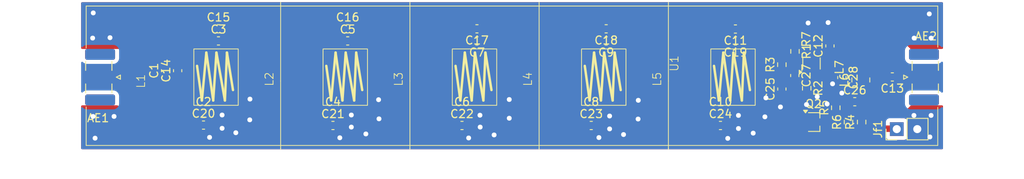
<source format=kicad_pcb>
(kicad_pcb (version 20240108) (generator "pcbnew") (generator_version "8.0")
  (layers (0 "F.Cu" signal) (31 "B.Cu" signal) (34 "B.Paste" user) (35 "F.Paste" user) (36 "B.SilkS" user "B.Silkscreen") (37 "F.SilkS" user "F.Silkscreen") (38 "B.Mask" user) (39 "F.Mask" user) (44 "Edge.Cuts" user))
  (net 0 "")
  (net 1 "Net-(AE1-A)")
  (net 2 "Net-(AE2-A)")
  (net 3 "Net-(C1-Pad2)")
  (net 4 "GND")
  (net 5 "Net-(C15-Pad2)")
  (net 6 "Net-(C16-Pad2)")
  (net 7 "Net-(C10-Pad1)")
  (net 8 "Net-(C12-Pad2)")
  (net 9 "+BATT")
  (net 10 "Net-(Q2-C)")
  (net 11 "Net-(Q2-E)")
  (net 12 "Net-(Q2-B)")
  (net 13 "Net-(C17-Pad1)")
  (net 14 "Net-(U1-B)")
  (net 15 "Net-(U1-C)")
  (net 16 "Net-(C12-Pad1)")
  (net 17 "Net-(C27-Pad2)")
  (footprint "Custom:SOT343_Transistor" (layer "F.Cu") (at 160.2875 86.325 90)
    (property "Reference" "U1" (at 0 -16.9 90) (layer "F.SilkS") (effects (font (thickness 0.1))))
    (property "Value" "~")
    (fp_line (start -0.71 -1) (end 0.7 -1) (stroke (width 0.12)) (layer "F.SilkS"))
    (fp_line (start -0.7 1.16) (end 0.7 1.16) (stroke (width 0.12)) (layer "F.SilkS"))
    (fp_poly (pts (xy -1.08 -1.11) (xy -1.32 -1.44) (xy -0.84 -1.44) (xy -1.08 -1.11)) (stroke (width 0.12)) (fill solid) (layer "F.SilkS"))
    (pad "1" smd roundrect (at -0.95 -0.5 90) (size 0.8 0.6) (layers "F.Cu" "F.Paste" "F.Mask") (net 17 "Net-(C27-Pad2)"))
    (pad "2" smd roundrect (at -0.95 0.65 90) (size 0.8 0.9) (layers "F.Cu" "F.Paste" "F.Mask") (net 15 "Net-(U1-C)"))
    (pad "3" smd roundrect (at 0.65 0.8 90) (size 0.8 0.6) (layers "F.Cu" "F.Paste" "F.Mask") (net 17 "Net-(C27-Pad2)"))
    (pad "4" smd roundrect (at 0.65 -0.5 90) (size 0.8 0.6) (layers "F.Cu" "F.Paste" "F.Mask") (net 14 "Net-(U1-B)"))
  )
  (footprint "Capacitor_SMD:C_0603_1608Metric" (layer "F.Cu") (at 150.95 82.05 180)
    (property "Reference" "C11" (at 0 -1.43 0) (layer "F.SilkS"))
    (property "Value" "10pF")
    (fp_line (start -0.14058 0.51) (end 0.14058 0.51) (stroke (width 0.12)) (layer "F.SilkS"))
    (fp_line (start -0.14058 -0.51) (end 0.14058 -0.51) (stroke (width 0.12)) (layer "F.SilkS"))
    (pad "1" smd roundrect (at -0.775 0 180) (size 0.9 0.95) (layers "F.Cu" "F.Paste" "F.Mask") (net 14 "Net-(U1-B)"))
    (pad "2" smd roundrect (at 0.775 0 180) (size 0.9 0.95) (layers "F.Cu" "F.Paste" "F.Mask") (net 7 "Net-(C10-Pad1)"))
  )
  (footprint "Capacitor_SMD:C_0603_1608Metric" (layer "F.Cu") (at 117.1 92.525)
    (property "Reference" "C6" (at 0 -1.43 0) (layer "F.SilkS"))
    (property "Value" "15pF")
    (fp_line (start -0.14058 -0.51) (end 0.14058 -0.51) (stroke (width 0.12)) (layer "F.SilkS"))
    (fp_line (start -0.14058 0.51) (end 0.14058 0.51) (stroke (width 0.12)) (layer "F.SilkS"))
    (pad "1" smd roundrect (at -0.775 0) (size 0.9 0.95) (layers "F.Cu" "F.Paste" "F.Mask") (net 6 "Net-(C16-Pad2)"))
    (pad "2" smd roundrect (at 0.775 0) (size 0.9 0.95) (layers "F.Cu" "F.Paste" "F.Mask") (net 4 "GND"))
  )
  (footprint "Capacitor_SMD:C_0603_1608Metric" (layer "F.Cu") (at 80.4 87.225 90)
    (property "Reference" "C1" (at 0 -1.43 90) (layer "F.SilkS"))
    (property "Value" "10pF")
    (fp_line (start -0.14058 -0.51) (end 0.14058 -0.51) (stroke (width 0.12)) (layer "F.SilkS"))
    (fp_line (start -0.14058 0.51) (end 0.14058 0.51) (stroke (width 0.12)) (layer "F.SilkS"))
    (pad "1" smd roundrect (at -0.775 0 90) (size 0.9 0.95) (layers "F.Cu" "F.Paste" "F.Mask") (net 1 "Net-(AE1-A)"))
    (pad "2" smd roundrect (at 0.775 0 90) (size 0.9 0.95) (layers "F.Cu" "F.Paste" "F.Mask") (net 3 "Net-(C1-Pad2)"))
  )
  (footprint "Resistor_SMD:R_0603_1608Metric" (layer "F.Cu") (at 163.375 91.825 90)
    (property "Reference" "R5" (at 0 -1.43 90) (layer "F.SilkS"))
    (property "Value" "95k")
    (fp_line (start -0.237258 -0.5225) (end 0.237258 -0.5225) (stroke (width 0.12)) (layer "F.SilkS"))
    (fp_line (start -0.237258 0.5225) (end 0.237258 0.5225) (stroke (width 0.12)) (layer "F.SilkS"))
    (pad "1" smd roundrect (at -0.825 0 90) (size 0.8 0.95) (layers "F.Cu" "F.Paste" "F.Mask") (net 12 "Net-(Q2-B)"))
    (pad "2" smd roundrect (at 0.825 0 90) (size 0.8 0.95) (layers "F.Cu" "F.Paste" "F.Mask") (net 4 "GND"))
  )
  (footprint "Inductor_SMD:L_1008_2520Metric" (layer "F.Cu") (at 166.475 88.375 90)
    (property "Reference" "L6" (at 0 -2.05 90) (layer "F.SilkS"))
    (property "Value" "3.3uH")
    (fp_line (start -0.261252 -1.11) (end 0.261252 -1.11) (stroke (width 0.12)) (layer "F.SilkS"))
    (fp_line (start -0.261252 1.11) (end 0.261252 1.11) (stroke (width 0.12)) (layer "F.SilkS"))
    (pad "1" smd roundrect (at -1.075 0 90) (size 1.25 2.2) (layers "F.Cu" "F.Paste" "F.Mask") (roundrect_rratio 0.2) (net 10 "Net-(Q2-C)"))
    (pad "2" smd roundrect (at 1.075 0 90) (size 1.25 2.2) (layers "F.Cu" "F.Paste" "F.Mask") (roundrect_rratio 0.2) (net 15 "Net-(U1-C)"))
  )
  (footprint "Capacitor_SMD:C_0603_1608Metric" (layer "F.Cu") (at 86.95 83.525)
    (property "Reference" "C3" (at 0 -1.43 0) (layer "F.SilkS"))
    (property "Value" "2.7pF")
    (fp_line (start -0.14058 -0.51) (end 0.14058 -0.51) (stroke (width 0.12)) (layer "F.SilkS"))
    (fp_line (start -0.14058 0.51) (end 0.14058 0.51) (stroke (width 0.12)) (layer "F.SilkS"))
    (pad "1" smd roundrect (at -0.775 0) (size 0.9 0.95) (layers "F.Cu" "F.Paste" "F.Mask") (net 3 "Net-(C1-Pad2)"))
    (pad "2" smd roundrect (at 0.775 0) (size 0.9 0.95) (layers "F.Cu" "F.Paste" "F.Mask") (net 5 "Net-(C15-Pad2)"))
  )
  (footprint "Capacitor_SMD:C_0603_1608Metric" (layer "F.Cu") (at 133.1 94.025)
    (property "Reference" "C23" (at 0 -1.43 0) (layer "F.SilkS"))
    (property "Value" "15pF")
    (fp_line (start -0.14058 -0.51) (end 0.14058 -0.51) (stroke (width 0.12)) (layer "F.SilkS"))
    (fp_line (start -0.14058 0.51) (end 0.14058 0.51) (stroke (width 0.12)) (layer "F.SilkS"))
    (pad "1" smd roundrect (at -0.775 0) (size 0.9 0.95) (layers "F.Cu" "F.Paste" "F.Mask") (net 13 "Net-(C17-Pad1)"))
    (pad "2" smd roundrect (at 0.775 0) (size 0.9 0.95) (layers "F.Cu" "F.Paste" "F.Mask") (net 4 "GND"))
  )
  (footprint "Resistor_SMD:R_0603_1608Metric" (layer "F.Cu") (at 161.15 83.325 90)
    (property "Reference" "R7" (at 0 -1.43 90) (layer "F.SilkS"))
    (property "Value" "3R")
    (fp_line (start -0.237258 -0.5225) (end 0.237258 -0.5225) (stroke (width 0.12)) (layer "F.SilkS"))
    (fp_line (start -0.237258 0.5225) (end 0.237258 0.5225) (stroke (width 0.12)) (layer "F.SilkS"))
    (pad "1" smd roundrect (at -0.825 0 90) (size 0.8 0.95) (layers "F.Cu" "F.Paste" "F.Mask") (net 17 "Net-(C27-Pad2)"))
    (pad "2" smd roundrect (at 0.825 0 90) (size 0.8 0.95) (layers "F.Cu" "F.Paste" "F.Mask") (net 4 "GND"))
  )
  (footprint "Capacitor_SMD:C_0603_1608Metric" (layer "F.Cu") (at 156.7 89.5 90)
    (property "Reference" "C25" (at 0 -1.43 90) (layer "F.SilkS"))
    (property "Value" "1nF")
    (fp_line (start -0.14058 -0.51) (end 0.14058 -0.51) (stroke (width 0.12)) (layer "F.SilkS"))
    (fp_line (start -0.14058 0.51) (end 0.14058 0.51) (stroke (width 0.12)) (layer "F.SilkS"))
    (pad "1" smd roundrect (at -0.775 0 90) (size 0.9 0.95) (layers "F.Cu" "F.Paste" "F.Mask") (net 4 "GND"))
    (pad "2" smd roundrect (at 0.775 0 90) (size 0.9 0.95) (layers "F.Cu" "F.Paste" "F.Mask") (net 11 "Net-(Q2-E)"))
  )
  (footprint "Inductor_SMD:L_0402_1005Metric" (layer "F.Cu") (at 162.65 86.8 -90)
    (property "Reference" "L7" (at 0 -1.17 90) (layer "F.SilkS"))
    (property "Value" "100nH")
    (pad "1" smd roundrect (at -0.485 0 270) (size 0.59 0.64) (layers "F.Cu" "F.Paste" "F.Mask") (net 16 "Net-(C12-Pad1)"))
    (pad "2" smd roundrect (at 0.485 0 270) (size 0.59 0.64) (layers "F.Cu" "F.Paste" "F.Mask") (net 15 "Net-(U1-C)"))
  )
  (footprint "Capacitor_SMD:C_0603_1608Metric" (layer "F.Cu") (at 149.1 92.525)
    (property "Reference" "C10" (at 0 -1.43 0) (layer "F.SilkS"))
    (property "Value" "12pF")
    (fp_line (start -0.14058 -0.51) (end 0.14058 -0.51) (stroke (width 0.12)) (layer "F.SilkS"))
    (fp_line (start -0.14058 0.51) (end 0.14058 0.51) (stroke (width 0.12)) (layer "F.SilkS"))
    (pad "1" smd roundrect (at -0.775 0) (size 0.9 0.95) (layers "F.Cu" "F.Paste" "F.Mask") (net 7 "Net-(C10-Pad1)"))
    (pad "2" smd roundrect (at 0.775 0) (size 0.9 0.95) (layers "F.Cu" "F.Paste" "F.Mask") (net 4 "GND"))
  )
  (footprint "Resistor_SMD:R_0603_1608Metric" (layer "F.Cu") (at 158.325 84.825 -90)
    (property "Reference" "R1" (at 0 -1.43 90) (layer "F.SilkS"))
    (property "Value" "750R")
    (fp_line (start -0.237258 0.5225) (end 0.237258 0.5225) (stroke (width 0.12)) (layer "F.SilkS"))
    (fp_line (start -0.237258 -0.5225) (end 0.237258 -0.5225) (stroke (width 0.12)) (layer "F.SilkS"))
    (pad "1" smd roundrect (at -0.825 0 270) (size 0.8 0.95) (layers "F.Cu" "F.Paste" "F.Mask") (net 8 "Net-(C12-Pad2)"))
    (pad "2" smd roundrect (at 0.825 0 270) (size 0.8 0.95) (layers "F.Cu" "F.Paste" "F.Mask") (net 14 "Net-(U1-B)"))
  )
  (footprint "Capacitor_SMD:C_0603_1608Metric" (layer "F.Cu") (at 102.95 83.525)
    (property "Reference" "C5" (at 0 -1.43 0) (layer "F.SilkS"))
    (property "Value" "1.8pF")
    (fp_line (start -0.14058 -0.51) (end 0.14058 -0.51) (stroke (width 0.12)) (layer "F.SilkS"))
    (fp_line (start -0.14058 0.51) (end 0.14058 0.51) (stroke (width 0.12)) (layer "F.SilkS"))
    (pad "1" smd roundrect (at -0.775 0) (size 0.9 0.95) (layers "F.Cu" "F.Paste" "F.Mask") (net 5 "Net-(C15-Pad2)"))
    (pad "2" smd roundrect (at 0.775 0) (size 0.9 0.95) (layers "F.Cu" "F.Paste" "F.Mask") (net 6 "Net-(C16-Pad2)"))
  )
  (footprint "Capacitor_SMD:C_0603_1608Metric" (layer "F.Cu") (at 102.95 82.025)
    (property "Reference" "C16" (at 0 -1.43 0) (layer "F.SilkS"))
    (property "Value" "1.8pF")
    (fp_line (start -0.14058 -0.51) (end 0.14058 -0.51) (stroke (width 0.12)) (layer "F.SilkS"))
    (fp_line (start -0.14058 0.51) (end 0.14058 0.51) (stroke (width 0.12)) (layer "F.SilkS"))
    (pad "1" smd roundrect (at -0.775 0) (size 0.9 0.95) (layers "F.Cu" "F.Paste" "F.Mask") (net 5 "Net-(C15-Pad2)"))
    (pad "2" smd roundrect (at 0.775 0) (size 0.9 0.95) (layers "F.Cu" "F.Paste" "F.Mask") (net 6 "Net-(C16-Pad2)"))
  )
  (footprint "Capacitor_SMD:C_0603_1608Metric" (layer "F.Cu") (at 118.95 83.525 180)
    (property "Reference" "C7" (at 0 -1.43 0) (layer "F.SilkS"))
    (property "Value" "1.8pF")
    (fp_line (start -0.14058 0.51) (end 0.14058 0.51) (stroke (width 0.12)) (layer "F.SilkS"))
    (fp_line (start -0.14058 -0.51) (end 0.14058 -0.51) (stroke (width 0.12)) (layer "F.SilkS"))
    (pad "1" smd roundrect (at -0.775 0 180) (size 0.9 0.95) (layers "F.Cu" "F.Paste" "F.Mask") (net 13 "Net-(C17-Pad1)"))
    (pad "2" smd roundrect (at 0.775 0 180) (size 0.9 0.95) (layers "F.Cu" "F.Paste" "F.Mask") (net 6 "Net-(C16-Pad2)"))
  )
  (footprint "Capacitor_SMD:C_0603_1608Metric" (layer "F.Cu") (at 133.1 92.525)
    (property "Reference" "C8" (at 0 -1.43 0) (layer "F.SilkS"))
    (property "Value" "15pF")
    (fp_line (start -0.14058 -0.51) (end 0.14058 -0.51) (stroke (width 0.12)) (layer "F.SilkS"))
    (fp_line (start -0.14058 0.51) (end 0.14058 0.51) (stroke (width 0.12)) (layer "F.SilkS"))
    (pad "1" smd roundrect (at -0.775 0) (size 0.9 0.95) (layers "F.Cu" "F.Paste" "F.Mask") (net 13 "Net-(C17-Pad1)"))
    (pad "2" smd roundrect (at 0.775 0) (size 0.9 0.95) (layers "F.Cu" "F.Paste" "F.Mask") (net 4 "GND"))
  )
  (footprint "Capacitor_SMD:C_0603_1608Metric" (layer "F.Cu") (at 118.95 82.025 180)
    (property "Reference" "C17" (at 0 -1.43 0) (layer "F.SilkS"))
    (property "Value" "1.8pF")
    (fp_line (start -0.14058 0.51) (end 0.14058 0.51) (stroke (width 0.12)) (layer "F.SilkS"))
    (fp_line (start -0.14058 -0.51) (end 0.14058 -0.51) (stroke (width 0.12)) (layer "F.SilkS"))
    (pad "1" smd roundrect (at -0.775 0 180) (size 0.9 0.95) (layers "F.Cu" "F.Paste" "F.Mask") (net 13 "Net-(C17-Pad1)"))
    (pad "2" smd roundrect (at 0.775 0 180) (size 0.9 0.95) (layers "F.Cu" "F.Paste" "F.Mask") (net 6 "Net-(C16-Pad2)"))
  )
  (footprint "Capacitor_SMD:C_0603_1608Metric" (layer "F.Cu") (at 117.1 94.025)
    (property "Reference" "C22" (at 0 -1.43 0) (layer "F.SilkS"))
    (property "Value" "15pF")
    (fp_line (start -0.14058 -0.51) (end 0.14058 -0.51) (stroke (width 0.12)) (layer "F.SilkS"))
    (fp_line (start -0.14058 0.51) (end 0.14058 0.51) (stroke (width 0.12)) (layer "F.SilkS"))
    (pad "1" smd roundrect (at -0.775 0) (size 0.9 0.95) (layers "F.Cu" "F.Paste" "F.Mask") (net 6 "Net-(C16-Pad2)"))
    (pad "2" smd roundrect (at 0.775 0) (size 0.9 0.95) (layers "F.Cu" "F.Paste" "F.Mask") (net 4 "GND"))
  )
  (footprint "Capacitor_SMD:C_0603_1608Metric" (layer "F.Cu") (at 101.125 94.025)
    (property "Reference" "C21" (at 0 -1.43 0) (layer "F.SilkS"))
    (property "Value" "15pF")
    (fp_line (start -0.14058 -0.51) (end 0.14058 -0.51) (stroke (width 0.12)) (layer "F.SilkS"))
    (fp_line (start -0.14058 0.51) (end 0.14058 0.51) (stroke (width 0.12)) (layer "F.SilkS"))
    (pad "1" smd roundrect (at -0.775 0) (size 0.9 0.95) (layers "F.Cu" "F.Paste" "F.Mask") (net 5 "Net-(C15-Pad2)"))
    (pad "2" smd roundrect (at 0.775 0) (size 0.9 0.95) (layers "F.Cu" "F.Paste" "F.Mask") (net 4 "GND"))
  )
  (footprint "Capacitor_SMD:C_0603_1608Metric" (layer "F.Cu") (at 149.1 94.025)
    (property "Reference" "C24" (at 0 -1.43 0) (layer "F.SilkS"))
    (property "Value" "12pF")
    (fp_line (start -0.14058 -0.51) (end 0.14058 -0.51) (stroke (width 0.12)) (layer "F.SilkS"))
    (fp_line (start -0.14058 0.51) (end 0.14058 0.51) (stroke (width 0.12)) (layer "F.SilkS"))
    (pad "1" smd roundrect (at -0.775 0) (size 0.9 0.95) (layers "F.Cu" "F.Paste" "F.Mask") (net 7 "Net-(C10-Pad1)"))
    (pad "2" smd roundrect (at 0.775 0) (size 0.9 0.95) (layers "F.Cu" "F.Paste" "F.Mask") (net 4 "GND"))
  )
  (footprint "Capacitor_SMD:C_0603_1608Metric" (layer "F.Cu") (at 164.125 88.075 -90)
    (property "Reference" "C28" (at 0 -1.43 90) (layer "F.SilkS"))
    (property "Value" "2pF")
    (fp_line (start -0.14058 0.51) (end 0.14058 0.51) (stroke (width 0.12)) (layer "F.SilkS"))
    (fp_line (start -0.14058 -0.51) (end 0.14058 -0.51) (stroke (width 0.12)) (layer "F.SilkS"))
    (pad "1" smd roundrect (at -0.775 0 270) (size 0.9 0.95) (layers "F.Cu" "F.Paste" "F.Mask") (net 15 "Net-(U1-C)"))
    (pad "2" smd roundrect (at 0.775 0 270) (size 0.9 0.95) (layers "F.Cu" "F.Paste" "F.Mask") (net 4 "GND"))
  )
  (footprint "Capacitor_SMD:C_0603_1608Metric" (layer "F.Cu") (at 170.375 88 180)
    (property "Reference" "C13" (at 0 -1.43 0) (layer "F.SilkS"))
    (property "Value" "10pF")
    (fp_line (start -0.14058 0.51) (end 0.14058 0.51) (stroke (width 0.12)) (layer "F.SilkS"))
    (fp_line (start -0.14058 -0.51) (end 0.14058 -0.51) (stroke (width 0.12)) (layer "F.SilkS"))
    (pad "1" smd roundrect (at -0.775 0 180) (size 0.9 0.95) (layers "F.Cu" "F.Paste" "F.Mask") (net 2 "Net-(AE2-A)"))
    (pad "2" smd roundrect (at 0.775 0 180) (size 0.9 0.95) (layers "F.Cu" "F.Paste" "F.Mask") (net 15 "Net-(U1-C)"))
  )
  (footprint "Connector_Coaxial:SMA_Samtec_SMA-J-P-H-ST-EM1_EdgeMount" (layer "F.Cu") (at 174.5375 88.025)
    (property "Reference" "AE2" (at 0 -5.08 180) (layer "F.SilkS"))
    (property "Value" "Antenna")
    (fp_line (start -2.76 -0.25) (end -2.76 0.25) (stroke (width 0.12)) (layer "F.SilkS"))
    (fp_line (start -2.76 0.25) (end -2.26 0) (stroke (width 0.12)) (layer "F.SilkS"))
    (fp_line (start -2.26 0) (end -2.76 -0.25) (stroke (width 0.12)) (layer "F.SilkS"))
    (fp_line (start -1.71 -0.84) (end -1.71 -1.95) (stroke (width 0.12)) (layer "F.SilkS"))
    (fp_line (start -1.71 1.95) (end -1.71 0.84) (stroke (width 0.12)) (layer "F.SilkS"))
    (fp_line (start 1.54 -0.84) (end 1.54 -1.95) (stroke (width 0.12)) (layer "F.SilkS"))
    (fp_line (start 1.54 1.95) (end 1.54 0.84) (stroke (width 0.12)) (layer "F.SilkS"))
    (pad "1" smd roundrect (at 0 0 90) (size 1.27 3.2) (layers "F.Cu" "F.Mask") (roundrect_rratio 0.1968503937) (net 2 "Net-(AE2-A)"))
    (pad "2" smd roundrect (at -0.25 -2.825 90) (size 1.35 3.7) (layers "F.Cu" "F.Mask") (roundrect_rratio 0.1851851852) (net 4 "GND"))
    (pad "2" smd roundrect (at -0.25 -2.825 90) (size 1.35 3.7) (layers "B.Cu" "B.Mask") (roundrect_rratio 0.1851851852))
    (pad "2" smd roundrect (at -0.25 2.825 90) (size 1.35 3.7) (layers "F.Cu" "F.Mask") (roundrect_rratio 0.1851851852) (net 4 "GND"))
    (pad "2" smd roundrect (at -0.25 2.825 90) (size 1.35 3.7) (layers "B.Cu" "B.Mask") (roundrect_rratio 0.1851851852))
  )
  (footprint "Custom:Inductor_Aircore" (layer "F.Cu") (at 86.95 88.275 90)
    (property "Reference" "L1" (at -0.25 -9.6 90) (layer "F.SilkS") (effects (font (thickness 0.1))))
    (property "Value" "3.3uH")
    (fp_line (start -2.65 -2.05) (end 1.65 -2.65) (stroke (width 0.3)) (layer "F.SilkS"))
    (fp_line (start 3.3 -1.5) (end -2.65 -2.05) (stroke (width 0.3)) (layer "F.SilkS"))
    (fp_line (start -2.65 -0.65) (end 3.3 -1.5) (stroke (width 0.3)) (layer "F.SilkS"))
    (fp_line (start 3.3 -0.25) (end -2.65 -0.65) (stroke (width 0.3)) (layer "F.SilkS"))
    (fp_line (start -2.65 0.8) (end 3.3 -0.25) (stroke (width 0.3)) (layer "F.SilkS"))
    (fp_line (start 3.3 1.05) (end -2.65 0.8) (stroke (width 0.3)) (layer "F.SilkS"))
    (fp_line (start -1.35 1.8) (end 3.3 1.05) (stroke (width 0.3)) (layer "F.SilkS"))
    (fp_rect (start -3.25 -3.05) (end 3.75 2.45) (stroke (width 0.1)) (fill none) (layer "F.SilkS"))
    (pad "1" smd rect (at 4.15 -2.725 90) (size 4.2 1.5) (layers "F.Cu" "F.Paste" "F.Mask") (net 3 "Net-(C1-Pad2)"))
    (pad "2" smd rect (at -3.65 2.125 90) (size 4.2 1.5) (layers "F.Cu" "F.Paste" "F.Mask") (net 4 "GND"))
  )
  (footprint "Capacitor_SMD:C_0603_1608Metric" (layer "F.Cu") (at 86.95 82.025)
    (property "Reference" "C15" (at 0 -1.43 0) (layer "F.SilkS"))
    (property "Value" "2.7pF")
    (fp_line (start -0.14058 -0.51) (end 0.14058 -0.51) (stroke (width 0.12)) (layer "F.SilkS"))
    (fp_line (start -0.14058 0.51) (end 0.14058 0.51) (stroke (width 0.12)) (layer "F.SilkS"))
    (pad "1" smd roundrect (at -0.775 0) (size 0.9 0.95) (layers "F.Cu" "F.Paste" "F.Mask") (net 3 "Net-(C1-Pad2)"))
    (pad "2" smd roundrect (at 0.775 0) (size 0.9 0.95) (layers "F.Cu" "F.Paste" "F.Mask") (net 5 "Net-(C15-Pad2)"))
  )
  (footprint "Resistor_SMD:R_0603_1608Metric" (layer "F.Cu") (at 156.7 86.475 90)
    (property "Reference" "R3" (at 0 -1.43 90) (layer "F.SilkS"))
    (property "Value" "3k9")
    (fp_line (start -0.237258 -0.5225) (end 0.237258 -0.5225) (stroke (width 0.12)) (layer "F.SilkS"))
    (fp_line (start -0.237258 0.5225) (end 0.237258 0.5225) (stroke (width 0.12)) (layer "F.SilkS"))
    (pad "1" smd roundrect (at -0.825 0 90) (size 0.8 0.95) (layers "F.Cu" "F.Paste" "F.Mask") (net 11 "Net-(Q2-E)"))
    (pad "2" smd roundrect (at 0.825 0 90) (size 0.8 0.95) (layers "F.Cu" "F.Paste" "F.Mask") (net 14 "Net-(U1-B)"))
  )
  (footprint "Connector_PinHeader_2.54mm:PinHeader_1x02_P2.54mm_Vertical" (layer "F.Cu") (at 170.925 94.475 90)
    (property "Reference" "Jf1" (at 0 -2.33 90) (layer "F.SilkS"))
    (property "Value" "Conn_01x02_Pin")
    (fp_line (start -1.33 -1.33) (end 0 -1.33) (stroke (width 0.12)) (layer "F.SilkS"))
    (fp_line (start -1.33 0) (end -1.33 -1.33) (stroke (width 0.12)) (layer "F.SilkS"))
    (fp_line (start 1.33 1.27) (end 1.33 3.87) (stroke (width 0.12)) (layer "F.SilkS"))
    (fp_line (start -1.33 1.27) (end 1.33 1.27) (stroke (width 0.12)) (layer "F.SilkS"))
    (fp_line (start -1.33 1.27) (end -1.33 3.87) (stroke (width 0.12)) (layer "F.SilkS"))
    (fp_line (start -1.33 3.87) (end 1.33 3.87) (stroke (width 0.12)) (layer "F.SilkS"))
    (pad "1" thru_hole rect (at 0 0 90) (size 1.7 1.7) (drill 1) (layers "*.Cu" "*.Mask") (net 9 "+BATT"))
    (pad "2" thru_hole oval (at 0 2.54 90) (size 1.7 1.7) (drill 1) (layers "*.Cu" "*.Mask") (net 4 "GND"))
  )
  (footprint "Resistor_SMD:R_0603_1608Metric" (layer "F.Cu") (at 166.575 93.6 90)
    (property "Reference" "R4" (at 0 -1.43 90) (layer "F.SilkS"))
    (property "Value" "82R")
    (fp_line (start -0.237258 -0.5225) (end 0.237258 -0.5225) (stroke (width 0.12)) (layer "F.SilkS"))
    (fp_line (start -0.237258 0.5225) (end 0.237258 0.5225) (stroke (width 0.12)) (layer "F.SilkS"))
    (pad "1" smd roundrect (at -0.825 0 90) (size 0.8 0.95) (layers "F.Cu" "F.Paste" "F.Mask") (net 9 "+BATT"))
    (pad "2" smd roundrect (at 0.825 0 90) (size 0.8 0.95) (layers "F.Cu" "F.Paste" "F.Mask") (net 10 "Net-(Q2-C)"))
  )
  (footprint "Capacitor_SMD:C_0603_1608Metric" (layer "F.Cu") (at 101.125 92.525)
    (property "Reference" "C4" (at 0 -1.43 0) (layer "F.SilkS"))
    (property "Value" "15pF")
    (fp_line (start -0.14058 -0.51) (end 0.14058 -0.51) (stroke (width 0.12)) (layer "F.SilkS"))
    (fp_line (start -0.14058 0.51) (end 0.14058 0.51) (stroke (width 0.12)) (layer "F.SilkS"))
    (pad "1" smd roundrect (at -0.775 0) (size 0.9 0.95) (layers "F.Cu" "F.Paste" "F.Mask") (net 5 "Net-(C15-Pad2)"))
    (pad "2" smd roundrect (at 0.775 0) (size 0.9 0.95) (layers "F.Cu" "F.Paste" "F.Mask") (net 4 "GND"))
  )
  (footprint "Package_TO_SOT_SMD:SOT-323_SC-70" (layer "F.Cu") (at 160.675 93.6)
    (property "Reference" "Q2" (at -0.05 -2.25 0) (layer "F.SilkS"))
    (property "Value" "BC807")
    (fp_line (start -0.68 -1.16) (end 0.73 -1.16) (stroke (width 0.12)) (layer "F.SilkS"))
    (fp_line (start -0.68 1.16) (end 0.73 1.16) (stroke (width 0.12)) (layer "F.SilkS"))
    (fp_line (start 0.73 -1.16) (end 0.73 -0.5) (stroke (width 0.12)) (layer "F.SilkS"))
    (fp_line (start 0.73 0.5) (end 0.73 1.16) (stroke (width 0.12)) (layer "F.SilkS"))
    (fp_poly (pts (xy -1.05 -1.14) (xy -1.29 -1.47) (xy -0.81 -1.47) (xy -1.05 -1.14)) (stroke (width 0.12)) (fill solid) (layer "F.SilkS"))
    (pad "1" smd roundrect (at -1 -0.65 270) (size 0.45 0.7) (layers "F.Cu" "F.Paste" "F.Mask") (net 12 "Net-(Q2-B)"))
    (pad "2" smd roundrect (at -1 0.65 270) (size 0.45 0.7) (layers "F.Cu" "F.Paste" "F.Mask") (net 11 "Net-(Q2-E)"))
    (pad "3" smd roundrect (at 1 0 270) (size 0.45 0.7) (layers "F.Cu" "F.Paste" "F.Mask") (net 10 "Net-(Q2-C)"))
  )
  (footprint "Capacitor_SMD:C_0603_1608Metric" (layer "F.Cu") (at 150.95 83.525 180)
    (property "Reference" "C19" (at 0 -1.43 0) (layer "F.SilkS"))
    (property "Value" "10pF")
    (fp_line (start -0.14058 0.51) (end 0.14058 0.51) (stroke (width 0.12)) (layer "F.SilkS"))
    (fp_line (start -0.14058 -0.51) (end 0.14058 -0.51) (stroke (width 0.12)) (layer "F.SilkS"))
    (pad "1" smd roundrect (at -0.775 0 180) (size 0.9 0.95) (layers "F.Cu" "F.Paste" "F.Mask") (net 14 "Net-(U1-B)"))
    (pad "2" smd roundrect (at 0.775 0 180) (size 0.9 0.95) (layers "F.Cu" "F.Paste" "F.Mask") (net 7 "Net-(C10-Pad1)"))
  )
  (footprint "Custom:Inductor_Aircore" (layer "F.Cu") (at 134.95 88.275 90)
    (property "Reference" "L4" (at 0 -9.7 90) (layer "F.SilkS") (effects (font (thickness 0.1))))
    (property "Value" "3.3uH")
    (fp_line (start -2.65 -2.05) (end 1.65 -2.65) (stroke (width 0.3)) (layer "F.SilkS"))
    (fp_line (start 3.3 -1.5) (end -2.65 -2.05) (stroke (width 0.3)) (layer "F.SilkS"))
    (fp_line (start -2.65 -0.65) (end 3.3 -1.5) (stroke (width 0.3)) (layer "F.SilkS"))
    (fp_line (start 3.3 -0.25) (end -2.65 -0.65) (stroke (width 0.3)) (layer "F.SilkS"))
    (fp_line (start -2.65 0.8) (end 3.3 -0.25) (stroke (width 0.3)) (layer "F.SilkS"))
    (fp_line (start 3.3 1.05) (end -2.65 0.8) (stroke (width 0.3)) (layer "F.SilkS"))
    (fp_line (start -1.35 1.8) (end 3.3 1.05) (stroke (width 0.3)) (layer "F.SilkS"))
    (fp_rect (start -3.25 -3.05) (end 3.75 2.45) (stroke (width 0.1)) (fill none) (layer "F.SilkS"))
    (pad "1" smd rect (at 4.15 -2.725 90) (size 4.2 1.5) (layers "F.Cu" "F.Paste" "F.Mask") (net 13 "Net-(C17-Pad1)"))
    (pad "2" smd rect (at -3.65 2.125 90) (size 4.2 1.5) (layers "F.Cu" "F.Paste" "F.Mask") (net 4 "GND"))
  )
  (footprint "Capacitor_SMD:C_0603_1608Metric" (layer "F.Cu") (at 158.3 87.825 -90)
    (property "Reference" "C27" (at 0 -1.43 90) (layer "F.SilkS"))
    (property "Value" "2pF")
    (fp_line (start -0.14058 0.51) (end 0.14058 0.51) (stroke (width 0.12)) (layer "F.SilkS"))
    (fp_line (start -0.14058 -0.51) (end 0.14058 -0.51) (stroke (width 0.12)) (layer "F.SilkS"))
    (pad "1" smd roundrect (at -0.775 0 270) (size 0.9 0.95) (layers "F.Cu" "F.Paste" "F.Mask") (net 14 "Net-(U1-B)"))
    (pad "2" smd roundrect (at 0.775 0 270) (size 0.9 0.95) (layers "F.Cu" "F.Paste" "F.Mask") (net 17 "Net-(C27-Pad2)"))
  )
  (footprint "Custom:Inductor_Aircore" (layer "F.Cu") (at 150.95 88.275 90)
    (property "Reference" "L5" (at 0 -9.7 90) (layer "F.SilkS") (effects (font (thickness 0.1))))
    (property "Value" "3.3uH")
    (fp_line (start -2.65 -2.05) (end 1.65 -2.65) (stroke (width 0.3)) (layer "F.SilkS"))
    (fp_line (start 3.3 -1.5) (end -2.65 -2.05) (stroke (width 0.3)) (layer "F.SilkS"))
    (fp_line (start -2.65 -0.65) (end 3.3 -1.5) (stroke (width 0.3)) (layer "F.SilkS"))
    (fp_line (start 3.3 -0.25) (end -2.65 -0.65) (stroke (width 0.3)) (layer "F.SilkS"))
    (fp_line (start -2.65 0.8) (end 3.3 -0.25) (stroke (width 0.3)) (layer "F.SilkS"))
    (fp_line (start 3.3 1.05) (end -2.65 0.8) (stroke (width 0.3)) (layer "F.SilkS"))
    (fp_line (start -1.35 1.8) (end 3.3 1.05) (stroke (width 0.3)) (layer "F.SilkS"))
    (fp_rect (start -3.25 -3.05) (end 3.75 2.45) (stroke (width 0.1)) (fill none) (layer "F.SilkS"))
    (pad "1" smd rect (at 4.15 -2.725 90) (size 4.2 1.5) (layers "F.Cu" "F.Paste" "F.Mask") (net 7 "Net-(C10-Pad1)"))
    (pad "2" smd rect (at -3.65 2.125 90) (size 4.2 1.5) (layers "F.Cu" "F.Paste" "F.Mask") (net 4 "GND"))
  )
  (footprint "Capacitor_SMD:C_0603_1608Metric" (layer "F.Cu") (at 81.9 87.225 90)
    (property "Reference" "C14" (at 0 -1.43 90) (layer "F.SilkS"))
    (property "Value" "10pF")
    (fp_line (start -0.14058 -0.51) (end 0.14058 -0.51) (stroke (width 0.12)) (layer "F.SilkS"))
    (fp_line (start -0.14058 0.51) (end 0.14058 0.51) (stroke (width 0.12)) (layer "F.SilkS"))
    (pad "1" smd roundrect (at -0.775 0 90) (size 0.9 0.95) (layers "F.Cu" "F.Paste" "F.Mask") (net 1 "Net-(AE1-A)"))
    (pad "2" smd roundrect (at 0.775 0 90) (size 0.9 0.95) (layers "F.Cu" "F.Paste" "F.Mask") (net 3 "Net-(C1-Pad2)"))
  )
  (footprint "Capacitor_SMD:C_0603_1608Metric" (layer "F.Cu") (at 134.95 82.025 180)
    (property "Reference" "C18" (at 0 -1.43 0) (layer "F.SilkS"))
    (property "Value" "2.7pF")
    (fp_line (start -0.14058 0.51) (end 0.14058 0.51) (stroke (width 0.12)) (layer "F.SilkS"))
    (fp_line (start -0.14058 -0.51) (end 0.14058 -0.51) (stroke (width 0.12)) (layer "F.SilkS"))
    (pad "1" smd roundrect (at -0.775 0 180) (size 0.9 0.95) (layers "F.Cu" "F.Paste" "F.Mask") (net 7 "Net-(C10-Pad1)"))
    (pad "2" smd roundrect (at 0.775 0 180) (size 0.9 0.95) (layers "F.Cu" "F.Paste" "F.Mask") (net 13 "Net-(C17-Pad1)"))
  )
  (footprint "Capacitor_SMD:C_0603_1608Metric" (layer "F.Cu") (at 85.1 92.525)
    (property "Reference" "C2" (at 0 -1.43 0) (layer "F.SilkS"))
    (property "Value" "12pF")
    (fp_line (start -0.14058 -0.51) (end 0.14058 -0.51) (stroke (width 0.12)) (layer "F.SilkS"))
    (fp_line (start -0.14058 0.51) (end 0.14058 0.51) (stroke (width 0.12)) (layer "F.SilkS"))
    (pad "1" smd roundrect (at -0.775 0) (size 0.9 0.95) (layers "F.Cu" "F.Paste" "F.Mask") (net 3 "Net-(C1-Pad2)"))
    (pad "2" smd roundrect (at 0.775 0) (size 0.9 0.95) (layers "F.Cu" "F.Paste" "F.Mask") (net 4 "GND"))
  )
  (footprint "Capacitor_SMD:C_0603_1608Metric" (layer "F.Cu") (at 85.1 93.975)
    (property "Reference" "C20" (at 0 -1.43 0) (layer "F.SilkS"))
    (property "Value" "12pF")
    (fp_line (start -0.14058 -0.51) (end 0.14058 -0.51) (stroke (width 0.12)) (layer "F.SilkS"))
    (fp_line (start -0.14058 0.51) (end 0.14058 0.51) (stroke (width 0.12)) (layer "F.SilkS"))
    (pad "1" smd roundrect (at -0.775 0) (size 0.9 0.95) (layers "F.Cu" "F.Paste" "F.Mask") (net 3 "Net-(C1-Pad2)"))
    (pad "2" smd roundrect (at 0.775 0) (size 0.9 0.95) (layers "F.Cu" "F.Paste" "F.Mask") (net 4 "GND"))
  )
  (footprint "Connector_Coaxial:SMA_Samtec_SMA-J-P-H-ST-EM1_EdgeMount" (layer "F.Cu") (at 72.05 88.025 180)
    (property "Reference" "AE1" (at 0 -5.08 0) (layer "F.SilkS"))
    (property "Value" "Antenna")
    (fp_line (start 1.54 1.95) (end 1.54 0.84) (stroke (width 0.12)) (layer "F.SilkS"))
    (fp_line (start 1.54 -0.84) (end 1.54 -1.95) (stroke (width 0.12)) (layer "F.SilkS"))
    (fp_line (start -1.71 1.95) (end -1.71 0.84) (stroke (width 0.12)) (layer "F.SilkS"))
    (fp_line (start -1.71 -0.84) (end -1.71 -1.95) (stroke (width 0.12)) (layer "F.SilkS"))
    (fp_line (start -2.26 0) (end -2.76 -0.25) (stroke (width 0.12)) (layer "F.SilkS"))
    (fp_line (start -2.76 0.25) (end -2.26 0) (stroke (width 0.12)) (layer "F.SilkS"))
    (fp_line (start -2.76 -0.25) (end -2.76 0.25) (stroke (width 0.12)) (layer "F.SilkS"))
    (pad "1" smd roundrect (at 0 0 270) (size 1.27 3.2) (layers "F.Cu" "F.Mask") (roundrect_rratio 0.1968503937) (net 1 "Net-(AE1-A)"))
    (pad "2" smd roundrect (at -0.25 -2.825 270) (size 1.35 3.7) (layers "F.Cu" "F.Mask") (roundrect_rratio 0.1851851852) (net 4 "GND"))
    (pad "2" smd roundrect (at -0.25 -2.825 270) (size 1.35 3.7) (layers "B.Cu" "B.Mask") (roundrect_rratio 0.1851851852))
    (pad "2" smd roundrect (at -0.25 2.825 270) (size 1.35 3.7) (layers "F.Cu" "F.Mask") (roundrect_rratio 0.1851851852) (net 4 "GND"))
    (pad "2" smd roundrect (at -0.25 2.825 270) (size 1.35 3.7) (layers "B.Cu" "B.Mask") (roundrect_rratio 0.1851851852))
  )
  (footprint "Capacitor_SMD:C_0603_1608Metric" (layer "F.Cu") (at 165.725 91.075)
    (property "Reference" "C26" (at 0 -1.43 0) (layer "F.SilkS"))
    (property "Value" "1nF")
    (fp_line (start -0.14058 -0.51) (end 0.14058 -0.51) (stroke (width 0.12)) (layer "F.SilkS"))
    (fp_line (start -0.14058 0.51) (end 0.14058 0.51) (stroke (width 0.12)) (layer "F.SilkS"))
    (pad "1" smd roundrect (at -0.775 0) (size 0.9 0.95) (layers "F.Cu" "F.Paste" "F.Mask") (net 4 "GND"))
    (pad "2" smd roundrect (at 0.775 0) (size 0.9 0.95) (layers "F.Cu" "F.Paste" "F.Mask") (net 10 "Net-(Q2-C)"))
  )
  (footprint "Custom:Inductor_Aircore" (layer "F.Cu") (at 102.95 88.275 90)
    (property "Reference" "L2" (at 0 -9.7 90) (layer "F.SilkS") (effects (font (thickness 0.1))))
    (property "Value" "3.3uH")
    (fp_line (start -2.65 -2.05) (end 1.65 -2.65) (stroke (width 0.3)) (layer "F.SilkS"))
    (fp_line (start 3.3 -1.5) (end -2.65 -2.05) (stroke (width 0.3)) (layer "F.SilkS"))
    (fp_line (start -2.65 -0.65) (end 3.3 -1.5) (stroke (width 0.3)) (layer "F.SilkS"))
    (fp_line (start 3.3 -0.25) (end -2.65 -0.65) (stroke (width 0.3)) (layer "F.SilkS"))
    (fp_line (start -2.65 0.8) (end 3.3 -0.25) (stroke (width 0.3)) (layer "F.SilkS"))
    (fp_line (start 3.3 1.05) (end -2.65 0.8) (stroke (width 0.3)) (layer "F.SilkS"))
    (fp_line (start -1.35 1.8) (end 3.3 1.05) (stroke (width 0.3)) (layer "F.SilkS"))
    (fp_rect (start -3.25 -3.05) (end 3.75 2.45) (stroke (width 0.1)) (fill none) (layer "F.SilkS"))
    (pad "1" smd rect (at 4.15 -2.725 90) (size 4.2 1.5) (layers "F.Cu" "F.Paste" "F.Mask") (net 5 "Net-(C15-Pad2)"))
    (pad "2" smd rect (at -3.65 2.125 90) (size 4.2 1.5) (layers "F.Cu" "F.Paste" "F.Mask") (net 4 "GND"))
  )
  (footprint "Resistor_SMD:R_0603_1608Metric" (layer "F.Cu") (at 164.95 93.6 90)
    (property "Reference" "R6" (at 0 -1.43 90) (layer "F.SilkS"))
    (property "Value" "10k")
    (fp_line (start -0.237258 -0.5225) (end 0.237258 -0.5225) (stroke (width 0.12)) (layer "F.SilkS"))
    (fp_line (start -0.237258 0.5225) (end 0.237258 0.5225) (stroke (width 0.12)) (layer "F.SilkS"))
    (pad "1" smd roundrect (at -0.825 0 90) (size 0.8 0.95) (layers "F.Cu" "F.Paste" "F.Mask") (net 9 "+BATT"))
    (pad "2" smd roundrect (at 0.825 0 90) (size 0.8 0.95) (layers "F.Cu" "F.Paste" "F.Mask") (net 12 "Net-(Q2-B)"))
  )
  (footprint "Custom:Inductor_Aircore" (layer "F.Cu") (at 118.95 88.275 90)
    (property "Reference" "L3" (at 0 -9.7 90) (layer "F.SilkS") (effects (font (thickness 0.1))))
    (property "Value" "3.3uH")
    (fp_line (start -2.65 -2.05) (end 1.65 -2.65) (stroke (width 0.3)) (layer "F.SilkS"))
    (fp_line (start 3.3 -1.5) (end -2.65 -2.05) (stroke (width 0.3)) (layer "F.SilkS"))
    (fp_line (start -2.65 -0.65) (end 3.3 -1.5) (stroke (width 0.3)) (layer "F.SilkS"))
    (fp_line (start 3.3 -0.25) (end -2.65 -0.65) (stroke (width 0.3)) (layer "F.SilkS"))
    (fp_line (start -2.65 0.8) (end 3.3 -0.25) (stroke (width 0.3)) (layer "F.SilkS"))
    (fp_line (start 3.3 1.05) (end -2.65 0.8) (stroke (width 0.3)) (layer "F.SilkS"))
    (fp_line (start -1.35 1.8) (end 3.3 1.05) (stroke (width 0.3)) (layer "F.SilkS"))
    (fp_rect (start -3.25 -3.05) (end 3.75 2.45) (stroke (width 0.1)) (fill none) (layer "F.SilkS"))
    (pad "1" smd rect (at 4.15 -2.725 90) (size 4.2 1.5) (layers "F.Cu" "F.Paste" "F.Mask") (net 6 "Net-(C16-Pad2)"))
    (pad "2" smd rect (at -3.65 2.125 90) (size 4.2 1.5) (layers "F.Cu" "F.Paste" "F.Mask") (net 4 "GND"))
  )
  (footprint "Capacitor_SMD:C_0603_1608Metric" (layer "F.Cu") (at 162.65 84.15 90)
    (property "Reference" "C12" (at 0 -1.43 90) (layer "F.SilkS"))
    (property "Value" "1nF")
    (fp_line (start -0.14058 -0.51) (end 0.14058 -0.51) (stroke (width 0.12)) (layer "F.SilkS"))
    (fp_line (start -0.14058 0.51) (end 0.14058 0.51) (stroke (width 0.12)) (layer "F.SilkS"))
    (pad "1" smd roundrect (at -0.775 0 90) (size 0.9 0.95) (layers "F.Cu" "F.Paste" "F.Mask") (net 16 "Net-(C12-Pad1)"))
    (pad "2" smd roundrect (at 0.775 0 90) (size 0.9 0.95) (layers "F.Cu" "F.Paste" "F.Mask") (net 8 "Net-(C12-Pad2)"))
  )
  (footprint "Capacitor_SMD:C_0603_1608Metric" (layer "F.Cu") (at 134.95 83.525 180)
    (property "Reference" "C9" (at 0 -1.43 0) (layer "F.SilkS"))
    (property "Value" "2.7pF")
    (fp_line (start -0.14058 0.51) (end 0.14058 0.51) (stroke (width 0.12)) (layer "F.SilkS"))
    (fp_line (start -0.14058 -0.51) (end 0.14058 -0.51) (stroke (width 0.12)) (layer "F.SilkS"))
    (pad "1" smd roundrect (at -0.775 0 180) (size 0.9 0.95) (layers "F.Cu" "F.Paste" "F.Mask") (net 7 "Net-(C10-Pad1)"))
    (pad "2" smd roundrect (at 0.775 0 180) (size 0.9 0.95) (layers "F.Cu" "F.Paste" "F.Mask") (net 13 "Net-(C17-Pad1)"))
  )
  (footprint "Resistor_SMD:R_0603_1608Metric" (layer "F.Cu") (at 159.775 89.4 -90)
    (property "Reference" "R2" (at 0 -1.43 90) (layer "F.SilkS"))
    (property "Value" "3R")
    (fp_line (start -0.237258 0.5225) (end 0.237258 0.5225) (stroke (width 0.12)) (layer "F.SilkS"))
    (fp_line (start -0.237258 -0.5225) (end 0.237258 -0.5225) (stroke (width 0.12)) (layer "F.SilkS"))
    (pad "1" smd roundrect (at -0.825 0 270) (size 0.8 0.95) (layers "F.Cu" "F.Paste" "F.Mask") (net 17 "Net-(C27-Pad2)"))
    (pad "2" smd roundrect (at 0.825 0 270) (size 0.8 0.95) (layers "F.Cu" "F.Paste" "F.Mask") (net 4 "GND"))
  )
  (gr_line (start 70.575 79.2) (end 176 79.2) (stroke (width 0.1)) (layer "F.SilkS"))
  (gr_line (start 94.65 88.5) (end 94.65 78.725) (stroke (width 0.1)) (layer "F.SilkS"))
  (gr_line (start 110.65 88.5) (end 110.65 96.975) (stroke (width 0.1)) (layer "F.SilkS"))
  (gr_line (start 142.65 88.5) (end 142.65 78.725) (stroke (width 0.1)) (layer "F.SilkS"))
  (gr_line (start 94.65 88.5) (end 94.65 96.975) (stroke (width 0.1)) (layer "F.SilkS"))
  (gr_line (start 142.65 88.5) (end 142.65 96.975) (stroke (width 0.1)) (layer "F.SilkS"))
  (gr_line (start 70.575 91.725) (end 70.575 96.5) (stroke (width 0.1)) (layer "F.SilkS"))
  (gr_line (start 176 96.5) (end 176 91.775) (stroke (width 0.1)) (layer "F.SilkS"))
  (gr_line (start 126.65 88.5) (end 126.65 78.725) (stroke (width 0.1)) (layer "F.SilkS"))
  (gr_line (start 70.575 79.2) (end 70.575 84.4) (stroke (width 0.1)) (layer "F.SilkS"))
  (gr_line (start 70.575 96.5) (end 176 96.5) (stroke (width 0.1)) (layer "F.SilkS"))
  (gr_line (start 126.65 88.5) (end 126.65 96.975) (stroke (width 0.1)) (layer "F.SilkS"))
  (gr_line (start 176 79.2) (end 176 84.3) (stroke (width 0.1)) (layer "F.SilkS"))
  (gr_line (start 110.65 88.5) (end 110.65 78.725) (stroke (width 0.1)) (layer "F.SilkS"))
  (segment (start 72.05 88.025) (end 80.375 88.025) (width 0.8) (layer "F.Cu") (net 1))
  (segment (start 80.375 88.025) (end 80.4 88) (width 0.8) (layer "F.Cu") (net 1))
  (segment (start 80.4 88) (end 81.9 88) (width 0.8) (layer "F.Cu") (net 1))
  (segment (start 174.5125 88) (end 174.5375 88.025) (width 0.8) (layer "F.Cu") (net 2))
  (segment (start 171.15 88) (end 174.5125 88) (width 0.8) (layer "F.Cu") (net 2))
  (segment (start 80.4 85.175) (end 81.45 84.125) (width 0.8) (layer "F.Cu") (net 3))
  (segment (start 84.35 93.95) (end 84.35 92.9) (width 0.8) (layer "F.Cu") (net 3))
  (segment (start 84.225 84.125) (end 85.575 84.125) (width 0.8) (layer "F.Cu") (net 3))
  (segment (start 84.35 92.875) (end 84.35 84.25) (width 0.8) (layer "F.Cu") (net 3))
  (segment (start 86.175 83.525) (end 86.175 82.025) (width 0.8) (layer "F.Cu") (net 3))
  (segment (start 80.4 86.45) (end 81.9 86.45) (width 0.8) (layer "F.Cu") (net 3))
  (segment (start 84.325 93.975) (end 84.35 93.95) (width 0.8) (layer "F.Cu") (net 3))
  (segment (start 84.35 84.25) (end 84.225 84.125) (width 0.8) (layer "F.Cu") (net 3))
  (segment (start 84.375 92.9) (end 84.35 92.875) (width 0.8) (layer "F.Cu") (net 3))
  (segment (start 80.4 86.45) (end 80.4 85.175) (width 0.8) (layer "F.Cu") (net 3))
  (segment (start 81.45 84.125) (end 84.225 84.125) (width 0.8) (layer "F.Cu") (net 3))
  (segment (start 85.575 84.125) (end 86.175 83.525) (width 0.8) (layer "F.Cu") (net 3))
  (segment (start 85.875 93.975) (end 85.9 93.95) (width 0.8) (layer "F.Cu") (net 4))
  (segment (start 85.9 93.95) (end 85.9 92.9) (width 0.8) (layer "F.Cu") (net 4))
  (segment (start 85.925 92.9) (end 85.9 92.875) (width 0.8) (layer "F.Cu") (net 4))
  (via (at 71.425 92.9) (size 1.2) (drill 0.6) (layers "F.Cu" "B.Cu") (net 4))
  (via (at 135.375 94.45) (size 1.2) (drill 0.6) (layers "F.Cu" "B.Cu") (net 4))
  (via (at 105.2 95.075) (size 1.2) (drill 0.6) (layers "F.Cu" "B.Cu") (net 4))
  (via (at 138.9 93.225) (size 1.2) (drill 0.6) (layers "F.Cu" "B.Cu") (net 4))
  (via (at 175.025 95.45) (size 1.2) (drill 0.6) (layers "F.Cu" "B.Cu") (net 4))
  (via (at 150 95.625) (size 1.2) (drill 0.6) (layers "F.Cu" "B.Cu") (net 4))
  (via (at 161.075 90.45) (size 1.2) (drill 0.6) (layers "F.Cu" "B.Cu") (net 4))
  (via (at 159.75 91.425) (size 1.2) (drill 0.6) (layers "F.Cu" "B.Cu") (net 4))
  (via (at 162.425 81.25) (size 1.2) (drill 0.6) (layers "F.Cu" "B.Cu") (net 4))
  (via (at 154.725 90.6) (size 1.2) (drill 0.6) (layers "F.Cu" "B.Cu") (net 4))
  (via (at 173.075 83.175) (size 1.2) (drill 0.6) (layers "F.Cu" "B.Cu") (net 4))
  (via (at 151.325 94.4) (size 1.2) (drill 0.6) (layers "F.Cu" "B.Cu") (net 4))
  (via (at 71.375 83.175) (size 1.2) (drill 0.6) (layers "F.Cu" "B.Cu") (net 4))
  (via (at 162.975 88.85) (size 1.2) (drill 0.6) (layers "F.Cu" "B.Cu") (net 4))
  (via (at 159.95 81.3) (size 1.2) (drill 0.6) (layers "F.Cu" "B.Cu") (net 4))
  (via (at 87.4 92.725) (size 1.2) (drill 0.6) (layers "F.Cu" "B.Cu") (net 4))
  (via (at 174.95 80.175) (size 1.2) (drill 0.6) (layers "F.Cu" "B.Cu") (net 4))
  (via (at 87.4 94.375) (size 1.2) (drill 0.6) (layers "F.Cu" "B.Cu") (net 4))
  (via (at 106.825 93.2) (size 1.2) (drill 0.6) (layers "F.Cu" "B.Cu") (net 4))
  (via (at 74.025 92.9) (size 1.2) (drill 0.6) (layers "F.Cu" "B.Cu") (net 4))
  (via (at 151.325 92.775) (size 1.2) (drill 0.6) (layers "F.Cu" "B.Cu") (net 4))
  (via (at 134.05 95.525) (size 1.2) (drill 0.6) (layers "F.Cu" "B.Cu") (net 4))
  (via (at 119.35 94.225) (size 1.2) (drill 0.6) (layers "F.Cu" "B.Cu") (net 4))
  (via (at 164.125 90) (size 1.2) (drill 0.6) (layers "F.Cu" "B.Cu") (net 4))
  (via (at 85.85 95.5) (size 1.2) (drill 0.6) (layers "F.Cu" "B.Cu") (net 4))
  (via (at 73.525 83.125) (size 1.2) (drill 0.6) (layers "F.Cu" "B.Cu") (net 4))
  (via (at 101.975 95.55) (size 1.2) (drill 0.6) (layers "F.Cu" "B.Cu") (net 4))
  (via (at 137.1 95.15) (size 1.2) (drill 0.6) (layers "F.Cu" "B.Cu") (net 4))
  (via (at 173.05 92.775) (size 1.2) (drill 0.6) (layers "F.Cu" "B.Cu") (net 4))
  (via (at 175.175 92.775) (size 1.2) (drill 0.6) (layers "F.Cu" "B.Cu") (net 4))
  (via (at 135.375 92.85) (size 1.2) (drill 0.6) (layers "F.Cu" "B.Cu") (net 4))
  (via (at 138.925 90.9) (size 1.2) (drill 0.6) (layers "F.Cu" "B.Cu") (net 4))
  (via (at 71.45 80.05) (size 1.2) (drill 0.6) (layers "F.Cu" "B.Cu") (net 4))
  (via (at 106.775 90.825) (size 1.2) (drill 0.6) (layers "F.Cu" "B.Cu") (net 4))
  (via (at 119.325 92.75) (size 1.2) (drill 0.6) (layers "F.Cu" "B.Cu") (net 4))
  (via (at 122.95 93.125) (size 1.2) (drill 0.6) (layers "F.Cu" "B.Cu") (net 4))
  (via (at 71.675 95.6) (size 1.2) (drill 0.6) (layers "F.Cu" "B.Cu") (net 4))
  (via (at 122.95 90.8) (size 1.2) (drill 0.6) (layers "F.Cu" "B.Cu") (net 4))
  (via (at 153.15 94.975) (size 1.2) (drill 0.6) (layers "F.Cu" "B.Cu") (net 4))
  (via (at 103.4 92.725) (size 1.2) (drill 0.6) (layers "F.Cu" "B.Cu") (net 4))
  (via (at 89.1 94.925) (size 1.2) (drill 0.6) (layers "F.Cu" "B.Cu") (net 4))
  (via (at 90.825 93.325) (size 1.2) (drill 0.6) (layers "F.Cu" "B.Cu") (net 4))
  (via (at 117.925 95.575) (size 1.2) (drill 0.6) (layers "F.Cu" "B.Cu") (net 4))
  (via (at 175.175 83.175) (size 1.2) (drill 0.6) (layers "F.Cu" "B.Cu") (net 4))
  (via (at 90.85 90.75) (size 1.2) (drill 0.6) (layers "F.Cu" "B.Cu") (net 4))
  (via (at 162.3 91.35) (size 1.2) (drill 0.6) (layers "F.Cu" "B.Cu") (net 4))
  (via (at 156.525 91.725) (size 1.2) (drill 0.6) (layers "F.Cu" "B.Cu") (net 4))
  (via (at 103.4 94.225) (size 1.2) (drill 0.6) (layers "F.Cu" "B.Cu") (net 4))
  (via (at 154.6 92.95) (size 1.2) (drill 0.6) (layers "F.Cu" "B.Cu") (net 4))
  (via (at 121.075 95.2) (size 1.2) (drill 0.6) (layers "F.Cu" "B.Cu") (net 4))
  (segment (start 102.175 82.025) (end 102.175 83.525) (width 0.8) (layer "F.Cu") (net 5))
  (segment (start 87.725 83.525) (end 102.175 83.525) (width 0.8) (layer "F.Cu") (net 5))
  (segment (start 87.725 82.025) (end 87.725 83.525) (width 0.8) (layer "F.Cu") (net 5))
  (segment (start 100.35 92.525) (end 100.35 84.25) (width 0.8) (layer "F.Cu") (net 5))
  (segment (start 100.35 84.25) (end 100.225 84.125) (width 0.8) (layer "F.Cu") (net 5))
  (segment (start 100.35 92.525) (end 100.35 94.025) (width 0.8) (layer "F.Cu") (net 5))
  (segment (start 116.325 84.225) (end 116.225 84.125) (width 0.8) (layer "F.Cu") (net 6))
  (segment (start 116.325 92.525) (end 116.325 84.225) (width 0.8) (layer "F.Cu") (net 6))
  (segment (start 103.725 83.525) (end 118.175 83.525) (width 0.8) (layer "F.Cu") (net 6))
  (segment (start 116.325 92.525) (end 116.325 94.025) (width 0.8) (layer "F.Cu") (net 6))
  (segment (start 118.175 82.025) (end 118.175 83.525) (width 0.8) (layer "F.Cu") (net 6))
  (segment (start 103.725 82.025) (end 103.725 83.525) (width 0.8) (layer "F.Cu") (net 6))
  (segment (start 135.725 82.025) (end 135.725 83.525) (width 0.8) (layer "F.Cu") (net 7))
  (segment (start 148.325 92.525) (end 148.325 94.025) (width 0.8) (layer "F.Cu") (net 7))
  (segment (start 135.725 83.525) (end 150.175 83.525) (width 0.8) (layer "F.Cu") (net 7))
  (segment (start 148.35 92.5) (end 148.35 84.25) (width 0.8) (layer "F.Cu") (net 7))
  (segment (start 148.325 92.525) (end 148.35 92.5) (width 0.8) (layer "F.Cu") (net 7))
  (segment (start 150.175 82.025) (end 150.175 83.525) (width 0.8) (layer "F.Cu") (net 7))
  (segment (start 148.35 84.25) (end 148.225 84.125) (width 0.8) (layer "F.Cu") (net 7))
  (segment (start 162.6 83.325) (end 162.65 83.375) (width 0.4) (layer "F.Cu") (net 8))
  (segment (start 159 83.325) (end 162.6 83.325) (width 0.4) (layer "F.Cu") (net 8))
  (segment (start 158.325 84) (end 159 83.325) (width 0.4) (layer "F.Cu") (net 8))
  (segment (start 170.875 94.425) (end 166.575 94.425) (width 0.8) (layer "F.Cu") (net 9))
  (segment (start 166.575 94.425) (end 164.95 94.425) (width 0.8) (layer "F.Cu") (net 9))
  (segment (start 170.925 94.475) (end 170.875 94.425) (width 0.8) (layer "F.Cu") (net 9))
  (segment (start 166.5 89.475) (end 166.475 89.45) (width 0.8) (layer "F.Cu") (net 10))
  (segment (start 166.575 91.15) (end 166.5 91.075) (width 0.8) (layer "F.Cu") (net 10))
  (segment (start 165.75 93.6) (end 166.575 92.775) (width 0.4) (layer "F.Cu") (net 10))
  (segment (start 166.575 92.775) (end 166.575 91.15) (width 0.8) (layer "F.Cu") (net 10))
  (segment (start 166.5 91.075) (end 166.5 89.475) (width 0.8) (layer "F.Cu") (net 10))
  (segment (start 161.675 93.6) (end 165.75 93.6) (width 0.4) (layer "F.Cu") (net 10))
  (segment (start 158.1 90.05204) (end 158.1 93.8) (width 0.5) (layer "F.Cu") (net 11))
  (segment (start 158.1 93.8) (end 158.55 94.25) (width 0.5) (layer "F.Cu") (net 11))
  (segment (start 158.55 94.25) (end 159.675 94.25) (width 0.4) (layer "F.Cu") (net 11))
  (segment (start 156.7 88.725) (end 156.77296 88.725) (width 0.5) (layer "F.Cu") (net 11))
  (segment (start 156.7 87.3) (end 156.7 88.725) (width 0.8) (layer "F.Cu") (net 11))
  (segment (start 156.77296 88.725) (end 158.1 90.05204) (width 0.5) (layer "F.Cu") (net 11))
  (segment (start 159.675 92.95) (end 160.475 92.95) (width 0.4) (layer "F.Cu") (net 12))
  (segment (start 163.5 92.775) (end 163.375 92.65) (width 0.8) (layer "F.Cu") (net 12))
  (segment (start 164.95 92.775) (end 163.5 92.775) (width 0.8) (layer "F.Cu") (net 12))
  (segment (start 160.475 92.95) (end 160.775 92.65) (width 0.4) (layer "F.Cu") (net 12))
  (segment (start 160.775 92.65) (end 163.375 92.65) (width 0.4) (layer "F.Cu") (net 12))
  (segment (start 132.375 84.275) (end 132.225 84.125) (width 0.8) (layer "F.Cu") (net 13))
  (segment (start 134.175 82.025) (end 134.175 83.525) (width 0.8) (layer "F.Cu") (net 13))
  (segment (start 132.225 84.125) (end 132.225 92.425) (width 0.8) (layer "F.Cu") (net 13))
  (segment (start 119.725 83.525) (end 134.175 83.525) (width 0.8) (layer "F.Cu") (net 13))
  (segment (start 132.225 92.425) (end 132.325 92.525) (width 0.8) (layer "F.Cu") (net 13))
  (segment (start 132.325 92.525) (end 132.325 94.025) (width 0.8) (layer "F.Cu") (net 13))
  (segment (start 119.725 82.025) (end 119.725 83.525) (width 0.8) (layer "F.Cu") (net 13))
  (segment (start 158.3 85.675) (end 158.325 85.65) (width 0.8) (layer "F.Cu") (net 14))
  (segment (start 158.3 87.05) (end 158.3 85.675) (width 0.8) (layer "F.Cu") (net 14))
  (segment (start 156.7 85.65) (end 158.325 85.65) (width 0.8) (layer "F.Cu") (net 14))
  (segment (start 155.375 85.65) (end 156.7 85.65) (width 0.8) (layer "F.Cu") (net 14))
  (segment (start 158.325 85.65) (end 158.35 85.675) (width 0.8) (layer "F.Cu") (net 14))
  (segment (start 151.725 82.05) (end 151.725 83.525) (width 0.8) (layer "F.Cu") (net 14))
  (segment (start 151.725 83.525) (end 153.25 83.525) (width 0.8) (layer "F.Cu") (net 14))
  (segment (start 153.25 83.525) (end 155.375 85.65) (width 0.8) (layer "F.Cu") (net 14))
  (segment (start 158.35 85.675) (end 159.7875 85.675) (width 0.8) (layer "F.Cu") (net 14))
  (segment (start 164.11 87.285) (end 164.125 87.3) (width 0.5) (layer "F.Cu") (net 15))
  (segment (start 164.125 87.3) (end 166.475 87.3) (width 0.8) (layer "F.Cu") (net 15))
  (segment (start 162.65 87.285) (end 164.11 87.285) (width 0.5) (layer "F.Cu") (net 15))
  (segment (start 160.9375 87.275) (end 162.64 87.275) (width 0.5) (layer "F.Cu") (net 15))
  (segment (start 162.64 87.275) (end 162.65 87.285) (width 0.5) (layer "F.Cu") (net 15))
  (segment (start 168 87.3) (end 168.7 88) (width 0.8) (layer "F.Cu") (net 15))
  (segment (start 168.7 88) (end 169.6 88) (width 0.8) (layer "F.Cu") (net 15))
  (segment (start 166.475 87.3) (end 168 87.3) (width 0.8) (layer "F.Cu") (net 15))
  (segment (start 162.65 86.315) (end 162.65 84.925) (width 0.5) (layer "F.Cu") (net 16))
  (segment (start 161.0875 85.675) (end 161.0875 84.2125) (width 0.5) (layer "F.Cu") (net 17))
  (segment (start 159.775 87.2875) (end 159.7875 87.275) (width 0.5) (layer "F.Cu") (net 17))
  (segment (start 158.3 88.6) (end 159.75 88.6) (width 0.8) (layer "F.Cu") (net 17))
  (segment (start 159.775 88.575) (end 159.775 87.2875) (width 0.5) (layer "F.Cu") (net 17))
  (segment (start 161.0875 84.2125) (end 161.15 84.15) (width 0.5) (layer "F.Cu") (net 17))
  (segment (start 159.75 88.6) (end 159.775 88.575) (width 0.8) (layer "F.Cu") (net 17))
  (zone (net 0) (net_name "") (layer "F.Cu") (connect_pads yes (clearance 0)) (min_thickness 0.25)
    (keepout (tracks allowed) (vias allowed) (pads allowed) (copperpour not_allowed) (footprints allowed))
    (fill (thermal_gap 0.5) (thermal_bridge_width 0.5))
    (polygon (pts (xy 110.65 80.25) (xy 126.65 80.25) (xy 126.65 89.825) (xy 120.325 89.825) (xy 120.325 92.05) (xy 117.45 92.05) (xy 117.45 95) (xy 110.625 95)))
  )
  (zone (net 0) (net_name "") (layer "F.Cu") (connect_pads yes (clearance 0)) (min_thickness 0.25)
    (keepout (tracks allowed) (vias allowed) (pads allowed) (copperpour not_allowed) (footprints allowed))
    (fill (thermal_gap 0.5) (thermal_bridge_width 0.5))
    (polygon (pts (xy 94.65 80.25) (xy 110.65 80.25) (xy 110.65 89.825) (xy 104.325 89.825) (xy 104.325 92.05) (xy 101.45 92.05) (xy 101.45 95) (xy 94.625 95)))
  )
  (zone (net 0) (net_name "") (layer "F.Cu") (connect_pads yes (clearance 0)) (min_thickness 0.25)
    (keepout (tracks allowed) (vias allowed) (pads allowed) (copperpour not_allowed) (footprints allowed))
    (fill (thermal_gap 0.5) (thermal_bridge_width 0.5))
    (polygon (pts (xy 162.3 89.825) (xy 162.3 88.45) (xy 162.725 88.025) (xy 158.7 88.025) (xy 158.7 89.825) (xy 158.875 89.825)))
  )
  (zone (net 0) (net_name "") (layer "F.Cu") (connect_pads yes (clearance 0)) (min_thickness 0.25)
    (keepout (tracks allowed) (vias allowed) (pads allowed) (copperpour not_allowed) (footprints allowed))
    (fill (thermal_gap 0.5) (thermal_bridge_width 0.5))
    (polygon (pts (xy 69.95 84.525) (xy 76.675 84.525) (xy 79.65 81.55) (xy 80.875 81.525) (xy 82.15 80.25) (xy 94.625 80.25) (xy 94.675 89.8) (xy 94.65 89.825) (xy 88.325 89.825) (xy 88.325 92.05) (xy 86.6 92.05) (xy 86.6 91.75) (xy 86.6 92.05) (xy 85.425 92.05) (xy 85.425 92.375) (xy 85.425 94.95) (xy 77.675 94.95) (xy 74.475 91.525) (xy 69.95 91.525)))
  )
  (zone (net 0) (net_name "") (layer "F.Cu") (connect_pads yes (clearance 0)) (min_thickness 0.25)
    (keepout (tracks allowed) (vias allowed) (pads allowed) (copperpour not_allowed) (footprints allowed))
    (fill (thermal_gap 0.5) (thermal_bridge_width 0.5))
    (polygon (pts (xy 158.725 92.275) (xy 165.45 91.675) (xy 165.45 90.05) (xy 162.775 82.425) (xy 170.525 82.425) (xy 172.625 84.525) (xy 176.675 84.525) (xy 176.675 91.525) (xy 172.675 91.525) (xy 171.3 92.9) (xy 171.3 95.6) (xy 157.35 95.6) (xy 157.35 89.95)))
  )
  (zone (net 0) (net_name "") (layer "F.Cu") (connect_pads yes (clearance 0)) (min_thickness 0.25)
    (keepout (tracks allowed) (vias allowed) (pads allowed) (copperpour not_allowed) (footprints allowed))
    (fill (thermal_gap 0.5) (thermal_bridge_width 0.5))
    (polygon (pts (xy 142.65 80.25) (xy 157.7 80.25) (xy 159.7 82.25) (xy 160.25 82.25) (xy 160.625 82.625) (xy 160.625 84.8) (xy 156.95 89.55) (xy 156.95 89.825) (xy 153.825 89.825) (xy 152.325 89.825) (xy 152.325 92.05) (xy 149.425 92.05) (xy 149.425 95) (xy 142.65 95)))
  )
  (zone (net 0) (net_name "") (layer "F.Cu") (connect_pads yes (clearance 0)) (min_thickness 0.25)
    (keepout (tracks allowed) (vias allowed) (pads allowed) (copperpour not_allowed) (footprints allowed))
    (fill (thermal_gap 0.5) (thermal_bridge_width 0.5))
    (polygon (pts (xy 126.65 80.25) (xy 142.65 80.25) (xy 142.65 89.825) (xy 136.325 89.825) (xy 136.325 92.05) (xy 133.45 92.05) (xy 133.45 95) (xy 126.625 95)))
  )
  (zone (net 4) (net_name "GND") (layers "F&B.Cu") (connect_pads yes (clearance 0.5)) (min_thickness 0.25) (fill yes (thermal_gap 0.5) (thermal_bridge_width 0.5))
    (polygon (pts (xy 69.95 96.975) (xy 172 96.975) (xy 176.65 96.975) (xy 176.65 78.725) (xy 69.95 78.725)))
  )
)
</source>
